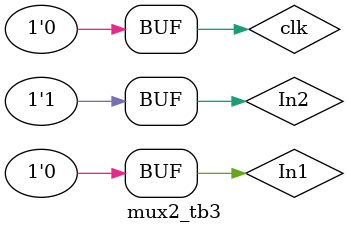
<source format=v>
`timescale 1ns/1ns
`include "mux2.v"
module mux2_tb3;
	wire Out;
	reg In1,In2,clk;
	mux2 mux2(clk, In1, In2, Out );
	initial
		begin
	
   #3 In2=1'b0;In1=1'b0; clk=1'b0;
   #5 In2=1'b1;In1=1'b1; clk=1'b0;
   #3 In2=1'b0;In1=1'b1; clk=1'b1;
   #5 In2=1'b1;In1=1'b0; clk=1'b0;

   #3 In2=1'b0;In1=1'b0; clk=1'b0;
   #5 In2=1'b1;In1=1'b1; clk=1'b1;
   #3 In2=1'b1;In1=1'b1; clk=1'b1;
   #5 In2=1'b0;In1=1'b0; clk=1'b1;
  
   #3 In2=1'b0;In1=1'b0; clk=1'b0;
   #5 In2=1'b1;In1=1'b1; clk=1'b0;
   #3 In2=1'b0;In1=1'b1; clk=1'b1;
   #5 In2=1'b1;In1=1'b0; clk=1'b0;
					
		end

always @( clk or In1 or In2)
#1 $display("t=%t",$time," clk=%b",clk," Out=%b",Out," In=%b%b",In2,In1);

initial  begin
    $dumpfile ("mux2_3.vcd"); 
    $dumpvars;
end
endmodule
</source>
